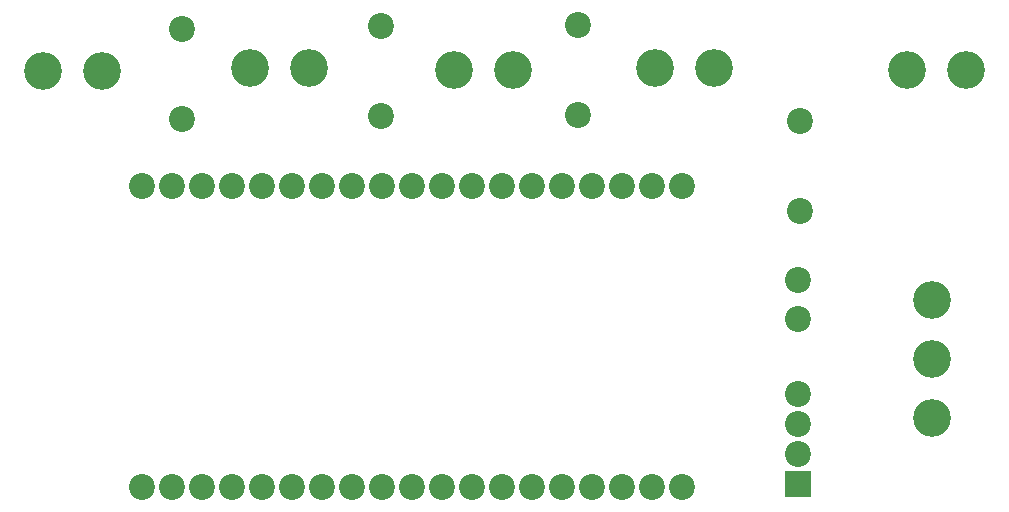
<source format=gbl>
G04 Layer: BottomLayer*
G04 EasyEDA v6.4.19.4, 2021-06-27T21:00:09+02:00*
G04 fb06414095cb4972a754c1e5e836c03f,10*
G04 Gerber Generator version 0.2*
G04 Scale: 100 percent, Rotated: No, Reflected: No *
G04 Dimensions in millimeters *
G04 leading zeros omitted , absolute positions ,4 integer and 5 decimal *
%FSLAX45Y45*%
%MOMM*%

%ADD12C,2.2000*%
%ADD13R,2.2000X2.2000*%
%ADD14C,3.2000*%

%LPD*%
D12*
G01*
X6934200Y2385999D03*
G01*
X6934200Y2057400D03*
D13*
G01*
X6934200Y660400D03*
D12*
G01*
X6934200Y914400D03*
G01*
X6934200Y1168400D03*
G01*
X6934200Y1422400D03*
D14*
G01*
X8064500Y1214501D03*
G01*
X8064500Y1714372D03*
G01*
X8064500Y2214498D03*
G01*
X537413Y4152900D03*
G01*
X1037412Y4152900D03*
G01*
X2290013Y4178300D03*
G01*
X2789986Y4178300D03*
G01*
X4017213Y4165600D03*
G01*
X4517212Y4165600D03*
G01*
X7852613Y4165600D03*
G01*
X8352586Y4165600D03*
G01*
X5719013Y4178300D03*
G01*
X6219012Y4178300D03*
D12*
G01*
X6946900Y3733800D03*
G01*
X6946900Y2971800D03*
G01*
X3403600Y3771900D03*
G01*
X3403600Y4533900D03*
G01*
X1714500Y3746500D03*
G01*
X1714500Y4508500D03*
G01*
X5067300Y3784600D03*
G01*
X5067300Y4546600D03*
G01*
X5951499Y3177997D03*
G01*
X5697499Y3177997D03*
G01*
X5443499Y3177997D03*
G01*
X5189499Y3177997D03*
G01*
X4935499Y3177997D03*
G01*
X4681499Y3177997D03*
G01*
X4427499Y3177997D03*
G01*
X4173499Y3177997D03*
G01*
X3919499Y3177997D03*
G01*
X3665499Y3177997D03*
G01*
X3411499Y3177997D03*
G01*
X3157499Y3177997D03*
G01*
X2903499Y3177997D03*
G01*
X2649499Y3177997D03*
G01*
X2395499Y3177997D03*
G01*
X2141499Y3177997D03*
G01*
X1887499Y3177997D03*
G01*
X1633499Y3177997D03*
G01*
X1379499Y3177997D03*
G01*
X5951499Y633603D03*
G01*
X5697499Y633603D03*
G01*
X5443499Y633603D03*
G01*
X5189499Y633603D03*
G01*
X4935499Y633603D03*
G01*
X4681499Y633603D03*
G01*
X4427499Y633603D03*
G01*
X4173499Y633603D03*
G01*
X3919499Y633603D03*
G01*
X3665499Y633603D03*
G01*
X3411499Y633603D03*
G01*
X3157499Y633603D03*
G01*
X2903499Y633603D03*
G01*
X2649499Y633603D03*
G01*
X2395499Y633603D03*
G01*
X2141499Y633603D03*
G01*
X1887499Y633603D03*
G01*
X1633499Y633603D03*
G01*
X1379499Y633603D03*
M02*

</source>
